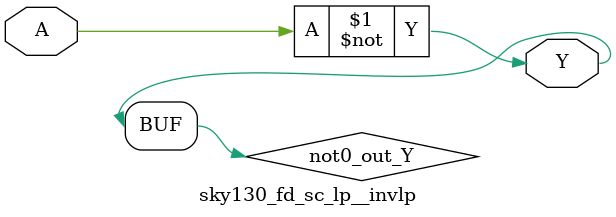
<source format=v>
/*
 * Copyright 2020 The SkyWater PDK Authors
 *
 * Licensed under the Apache License, Version 2.0 (the "License");
 * you may not use this file except in compliance with the License.
 * You may obtain a copy of the License at
 *
 *     https://www.apache.org/licenses/LICENSE-2.0
 *
 * Unless required by applicable law or agreed to in writing, software
 * distributed under the License is distributed on an "AS IS" BASIS,
 * WITHOUT WARRANTIES OR CONDITIONS OF ANY KIND, either express or implied.
 * See the License for the specific language governing permissions and
 * limitations under the License.
 *
 * SPDX-License-Identifier: Apache-2.0
*/


`ifndef SKY130_FD_SC_LP__INVLP_FUNCTIONAL_V
`define SKY130_FD_SC_LP__INVLP_FUNCTIONAL_V

/**
 * invlp: Low Power Inverter.
 *
 * Verilog simulation functional model.
 */

`timescale 1ns / 1ps
`default_nettype none

`celldefine
module sky130_fd_sc_lp__invlp (
    Y,
    A
);

    // Module ports
    output Y;
    input  A;

    // Local signals
    wire not0_out_Y;

    //  Name  Output      Other arguments
    not not0 (not0_out_Y, A              );
    buf buf0 (Y         , not0_out_Y     );

endmodule
`endcelldefine

`default_nettype wire
`endif  // SKY130_FD_SC_LP__INVLP_FUNCTIONAL_V

</source>
